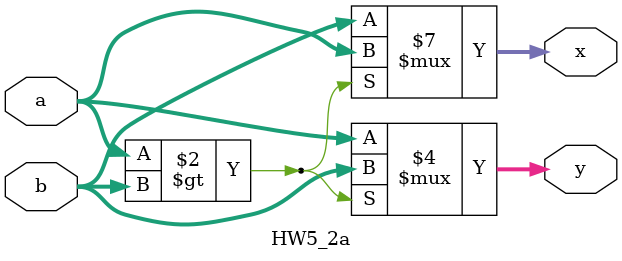
<source format=v>
module HW5_2a(x, y, a, b);
	output	[1:0]	x, y;
	input	[1:0]	a, b;

	reg		[1:0]	x, y;
	

always@*
	if( a > b )	begin
		x = a;
		y = b;
	end
	else begin
		x = b;
		y = a;
	end
	
endmodule

</source>
